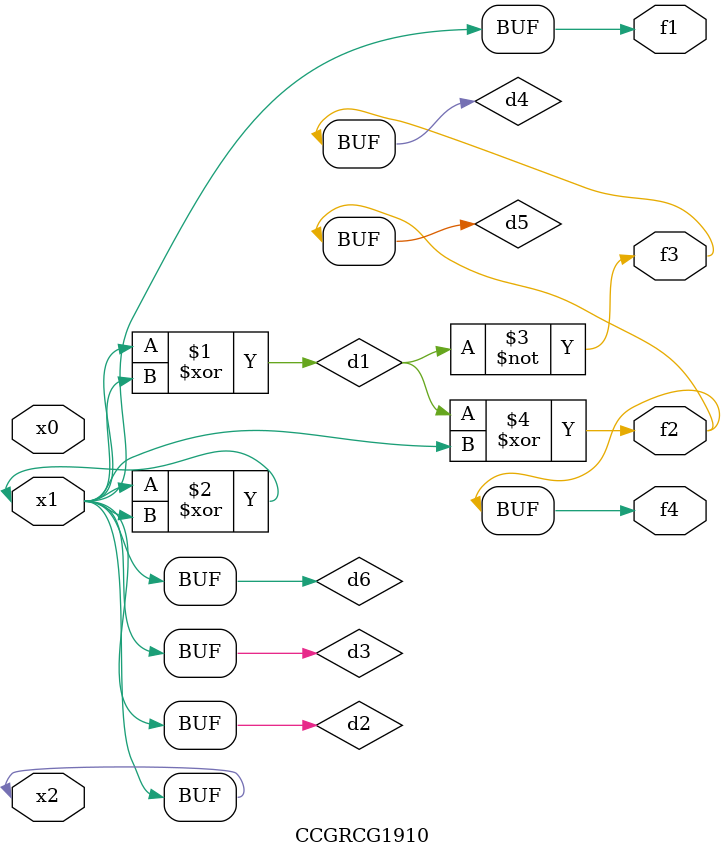
<source format=v>
module CCGRCG1910(
	input x0, x1, x2,
	output f1, f2, f3, f4
);

	wire d1, d2, d3, d4, d5, d6;

	xor (d1, x1, x2);
	buf (d2, x1, x2);
	xor (d3, x1, x2);
	nor (d4, d1);
	xor (d5, d1, d2);
	buf (d6, d2, d3);
	assign f1 = d6;
	assign f2 = d5;
	assign f3 = d4;
	assign f4 = d5;
endmodule

</source>
